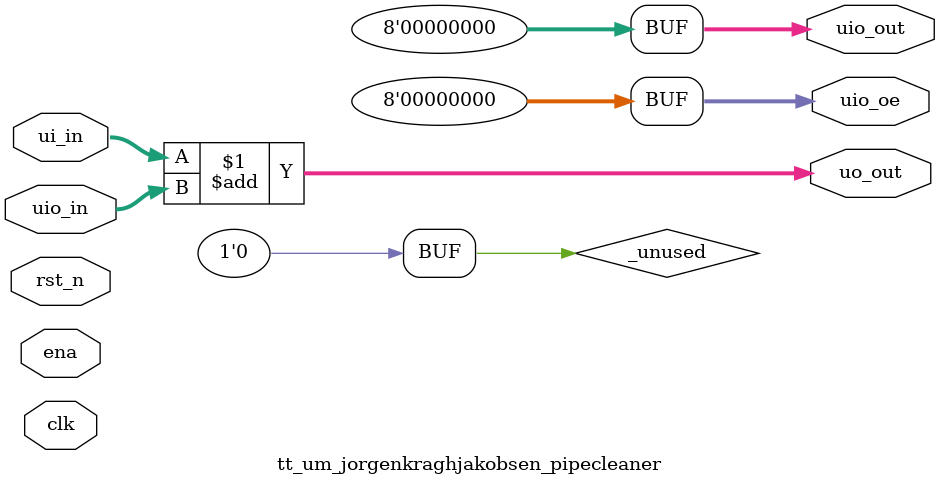
<source format=v>
/*
 * Copyright (c) 2024 Your Name
 * SPDX-License-Identifier: Apache-2.0
 */

`default_nettype none

module tt_um_jorgenkraghjakobsen_pipecleaner (
    input  wire [7:0] ui_in,    // Dedicated inputs
    output wire [7:0] uo_out,   // Dedicated outputs
    input  wire [7:0] uio_in,   // IOs: Input path
    output wire [7:0] uio_out,  // IOs: Output path
    output wire [7:0] uio_oe,   // IOs: Enable path (active high: 0=input, 1=output)
    input  wire       ena,      // always 1 when the design is powered, so you can ignore it
    input  wire       clk,      // clock
    input  wire       rst_n     // reset_n - low to reset
);

  // All output pins must be assigned. If not used, assign to 0.
  assign uo_out  = ui_in + uio_in;  // Example: ou_out is the sum of ui_in and uio_in
  assign uio_out = 0;
  assign uio_oe  = 0;

  // List all unused inputs to prevent warnings
  wire _unused = &{ena, clk, rst_n, 1'b0};

endmodule

</source>
